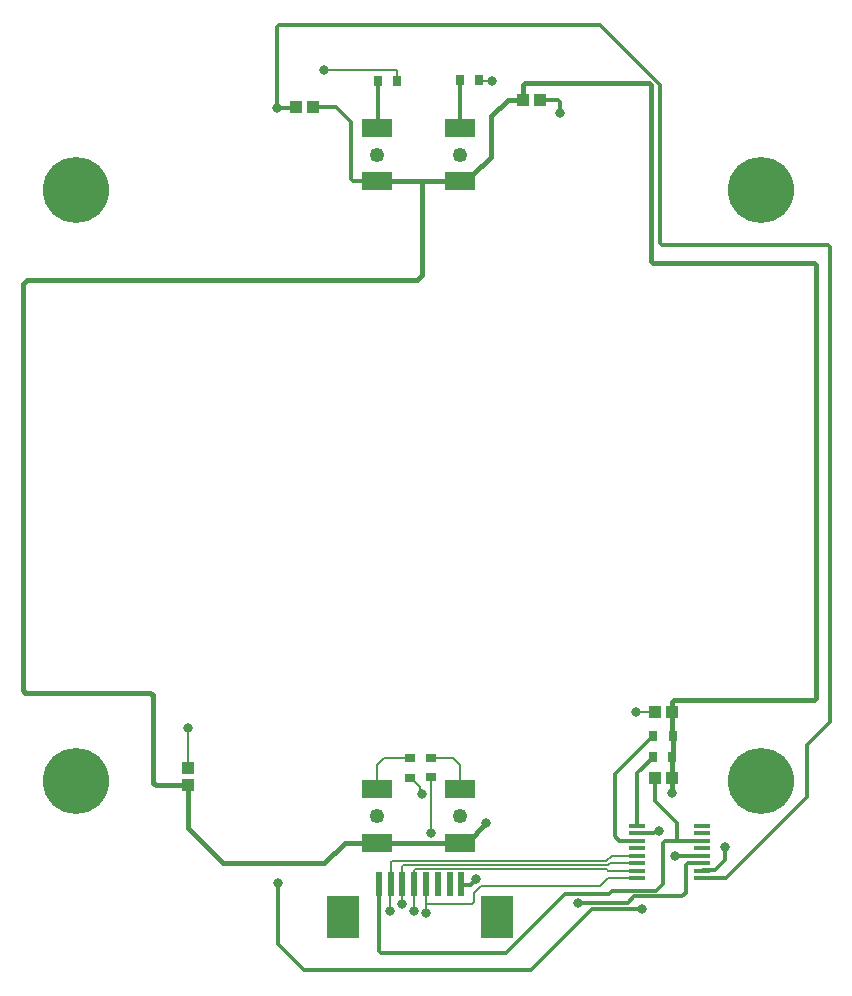
<source format=gtl>
G04*
G04 #@! TF.GenerationSoftware,Altium Limited,Altium Designer,21.4.1 (30)*
G04*
G04 Layer_Physical_Order=1*
G04 Layer_Color=255*
%FSLAX25Y25*%
%MOIN*%
G70*
G04*
G04 #@! TF.SameCoordinates,CAD9CCDC-5C06-4C5A-A707-2981277BA2D7*
G04*
G04*
G04 #@! TF.FilePolarity,Positive*
G04*
G01*
G75*
%ADD17R,0.05709X0.01600*%
%ADD18R,0.02402X0.07874*%
%ADD19R,0.10551X0.14173*%
%ADD20R,0.03937X0.03937*%
%ADD21R,0.10236X0.05906*%
%ADD22R,0.03543X0.02756*%
%ADD23R,0.02756X0.03543*%
%ADD24R,0.03937X0.03937*%
%ADD35C,0.01200*%
%ADD36C,0.00800*%
%ADD37C,0.01600*%
%ADD38C,0.00600*%
%ADD39C,0.01350*%
%ADD40C,0.22028*%
%ADD41C,0.04921*%
%ADD42C,0.03200*%
D17*
X72900Y-113400D02*
D03*
Y-115900D02*
D03*
Y-118400D02*
D03*
Y-120900D02*
D03*
Y-123400D02*
D03*
Y-125900D02*
D03*
Y-128400D02*
D03*
Y-130900D02*
D03*
X94357Y-113400D02*
D03*
Y-115900D02*
D03*
Y-118400D02*
D03*
Y-120900D02*
D03*
Y-123400D02*
D03*
Y-125900D02*
D03*
Y-128400D02*
D03*
Y-130900D02*
D03*
D18*
X-13331Y-132976D02*
D03*
X-9394D02*
D03*
X-5457D02*
D03*
X-1520D02*
D03*
X2417D02*
D03*
X6354D02*
D03*
X10291D02*
D03*
X14228D02*
D03*
D19*
X-25102Y-144000D02*
D03*
X26000D02*
D03*
D20*
X84500Y-97500D02*
D03*
X78776D02*
D03*
X40362Y128600D02*
D03*
X34638D02*
D03*
X78776Y-75500D02*
D03*
X84500D02*
D03*
X-40862Y126000D02*
D03*
X-35138D02*
D03*
D21*
X-13780Y-119095D02*
D03*
Y-101378D02*
D03*
X13780Y-119095D02*
D03*
Y-101378D02*
D03*
Y101378D02*
D03*
Y119095D02*
D03*
X-13780Y101378D02*
D03*
Y119095D02*
D03*
D22*
X-3000Y-91000D02*
D03*
Y-97512D02*
D03*
X4000Y-90744D02*
D03*
Y-97256D02*
D03*
D23*
X-13612Y134700D02*
D03*
X-7100D02*
D03*
X13744Y135000D02*
D03*
X20256D02*
D03*
X84500Y-90500D02*
D03*
X77988D02*
D03*
X78244Y-83500D02*
D03*
X84756D02*
D03*
D24*
X-77000Y-100000D02*
D03*
Y-94276D02*
D03*
D35*
X-47300Y152797D02*
X-46597Y153500D01*
X60500D02*
X80500Y133500D01*
X-46597Y153500D02*
X60500D01*
X-47300Y125900D02*
Y152797D01*
X48800Y-136200D02*
X63406D01*
X79111Y-135100D02*
X81414Y-132797D01*
X82117Y-118400D02*
X86000D01*
X71719Y-137000D02*
X87797D01*
X53000Y-139100D02*
X69619D01*
X71719Y-137000D01*
X63406Y-136200D02*
X64506Y-135100D01*
X86000Y-118400D02*
X93785D01*
X64506Y-135100D02*
X79111D01*
X29000Y-156000D02*
X48800Y-136200D01*
X87797Y-137000D02*
X89000Y-135797D01*
X81414Y-132797D02*
Y-119103D01*
X82117Y-118400D01*
X94357Y-130900D02*
X102600D01*
X129500Y-104000D01*
Y-86385D01*
X89000Y-135797D02*
Y-126603D01*
X89703Y-125900D01*
X94357D01*
X-21797Y101378D02*
X-13780D01*
X-22500Y102081D02*
Y121000D01*
Y102081D02*
X-21797Y101378D01*
X-27500Y126000D02*
X-22500Y121000D01*
X-35138Y126000D02*
X-27500D01*
X81203Y80062D02*
X136297D01*
X137000Y79359D01*
Y-78885D02*
Y79359D01*
X129500Y-86385D02*
X137000Y-78885D01*
X80500Y80765D02*
Y133500D01*
Y80765D02*
X81203Y80062D01*
X46400Y128600D02*
X47200Y127800D01*
Y124100D02*
Y127800D01*
X40362Y128600D02*
X46400D01*
X85500Y-123500D02*
X85550Y-123450D01*
X94307D01*
X94357Y-123400D01*
X86000Y-118086D02*
Y-112500D01*
X78776Y-105276D02*
X86000Y-112500D01*
X78776Y-105276D02*
Y-97500D01*
X86000Y-118086D02*
X86000Y-118086D01*
X79404Y-115047D02*
X79945D01*
X78550Y-115900D02*
X79404Y-115047D01*
X72900Y-115900D02*
X78550D01*
X37300Y-161700D02*
X57800Y-141200D01*
X74500D01*
X-38200Y-161700D02*
X37300D01*
X-12628Y-156000D02*
X29000D01*
X-13331Y-155297D02*
X-12628Y-156000D01*
X-13331Y-155297D02*
Y-133169D01*
X-13500Y-133000D02*
X-13331Y-133169D01*
X-13476Y-132976D02*
X-13331D01*
X-13500Y-133000D02*
X-13476Y-132976D01*
X98886Y-128114D02*
X102000Y-125000D01*
Y-120500D01*
X94643Y-128114D02*
X98886D01*
X94357Y-128400D02*
X94643Y-128114D01*
X-47000Y-152900D02*
Y-132500D01*
Y-152900D02*
X-38200Y-161700D01*
X77744Y-83894D02*
Y-83500D01*
X65500Y-96138D02*
X77744Y-83894D01*
X65500Y-117000D02*
Y-96138D01*
X77988Y-90894D02*
Y-90500D01*
X72900Y-95982D02*
X77988Y-90894D01*
X72900Y-113400D02*
Y-95982D01*
X65500Y-117000D02*
X66900Y-118400D01*
X72900D01*
X17300Y-133200D02*
X19200Y-131300D01*
X14300Y-133200D02*
X17300D01*
X14300D02*
Y-133048D01*
X14228Y-132976D02*
X14300Y-133048D01*
D36*
X20718Y-133600D02*
X60500D01*
X18300Y-136018D02*
X20718Y-133600D01*
X60500D02*
X63200Y-130900D01*
X20256Y135496D02*
X20952Y134800D01*
X24600D01*
X4000Y-115995D02*
Y-97256D01*
X541Y-102541D02*
X1000Y-103000D01*
X541Y-102541D02*
Y-100659D01*
X-2606Y-97512D02*
X541Y-100659D01*
X-3000Y-97512D02*
X-2606D01*
X-31500Y138500D02*
X-7569D01*
X63200Y-130900D02*
X72900D01*
X-7569Y138500D02*
X-7100Y138031D01*
Y134700D02*
Y138031D01*
X2417Y-142417D02*
X2500Y-142500D01*
X2417Y-142417D02*
Y-139500D01*
Y-132976D01*
Y-139500D02*
X17831D01*
X-1500Y-142000D02*
Y-132996D01*
X-1520Y-132976D02*
X-1500Y-132996D01*
X-5500Y-139500D02*
Y-133020D01*
X-5457Y-132976D01*
X72500Y-75500D02*
X78776D01*
X18300Y-139031D02*
Y-136018D01*
X17831Y-139500D02*
X18300Y-139031D01*
X-77000Y-94276D02*
X-76900Y-94176D01*
Y-80800D01*
D37*
X84500Y-102500D02*
Y-90500D01*
X-13780Y-119095D02*
X15945D01*
X-13780Y-119095D02*
X-13780Y-119095D01*
X22500Y-112539D02*
Y-112500D01*
X15945Y-119095D02*
X22500Y-112539D01*
X131797Y74000D02*
X132500Y73297D01*
X78203Y74000D02*
X131797D01*
X132500Y-70797D02*
Y73297D01*
X35341Y134000D02*
X76797D01*
X77500Y74703D02*
Y133297D01*
X76797Y134000D02*
X77500Y133297D01*
X84500Y-83244D02*
Y-75500D01*
X77500Y74703D02*
X78203Y74000D01*
X84500Y-75500D02*
Y-72203D01*
X131797Y-71500D02*
X132500Y-70797D01*
X85203Y-71500D02*
X131797D01*
X84500Y-72203D02*
X85203Y-71500D01*
X34638Y128600D02*
Y133297D01*
X35341Y134000D01*
X84628Y-83628D02*
X84756Y-83500D01*
X84628Y-90372D02*
Y-83628D01*
X84500Y-90500D02*
X84628Y-90372D01*
X84500Y-83244D02*
X84756Y-83500D01*
X1100Y70200D02*
Y101378D01*
X13780D01*
X-13780D02*
X1100D01*
X-88600Y-99063D02*
X-87663Y-100000D01*
X-77000D01*
X-88600Y-99063D02*
Y-70037D01*
X-132000Y-68163D02*
X-131063Y-69100D01*
X-89537D01*
X-132000Y-68163D02*
Y67100D01*
X-89537Y-69100D02*
X-88600Y-70037D01*
X-700Y68400D02*
X1100Y70200D01*
X-130700Y68400D02*
X-700D01*
X-132000Y67100D02*
X-130700Y68400D01*
X-24595Y-119095D02*
X-13780D01*
X-65200Y-125900D02*
X-31400D01*
X-24595Y-119095D01*
X-77000Y-114100D02*
X-65200Y-125900D01*
X-77000Y-114100D02*
Y-100000D01*
X24100Y123028D02*
X29672Y128600D01*
X34638D01*
X13780Y101378D02*
X15945D01*
X17898Y103331D01*
Y103398D02*
X24100Y109600D01*
Y123028D01*
X17898Y103331D02*
Y103398D01*
D38*
X62500Y-125300D02*
X64400Y-123400D01*
X-9394Y-125652D02*
X-9042Y-125300D01*
X-5457Y-132976D02*
Y-127018D01*
X63038Y-126600D02*
X63739Y-125900D01*
X-9042Y-125300D02*
X62500D01*
X-5457Y-127018D02*
X-5038Y-126600D01*
X63038D01*
X-1097Y-128039D02*
X62898D01*
X63259Y-128400D01*
X-9394Y-132976D02*
Y-125652D01*
X-9500Y-142000D02*
Y-133083D01*
X-9394Y-132976D01*
X-1520Y-128462D02*
X-1097Y-128039D01*
X-1520Y-132976D02*
Y-128462D01*
X11344Y-90744D02*
X13780Y-93180D01*
Y-101378D02*
Y-93180D01*
X4000Y-90744D02*
X11344D01*
X-11400Y-91000D02*
X-3000D01*
X-13780Y-93379D02*
X-11400Y-91000D01*
X-13780Y-101378D02*
Y-93379D01*
X63259Y-128400D02*
X72900D01*
X64400Y-123400D02*
X72900D01*
X63739Y-125900D02*
X72900D01*
D39*
X13744Y119130D02*
Y135000D01*
Y119130D02*
X13780Y119095D01*
X-13780D02*
X-13612Y119262D01*
Y134700D01*
X-40912Y125950D02*
X-40862Y126000D01*
X-47250Y125950D02*
X-40912D01*
X-47300Y125900D02*
X-47250Y125950D01*
D40*
X-114200Y-98400D02*
D03*
X114200D02*
D03*
Y98400D02*
D03*
X-114200D02*
D03*
D41*
X-13780Y-110236D02*
D03*
X13780D02*
D03*
Y110236D02*
D03*
X-13780D02*
D03*
D42*
X53000Y-139100D02*
D03*
X24600Y134800D02*
D03*
X84500Y-102500D02*
D03*
X4000Y-115995D02*
D03*
X-76900Y-80800D02*
D03*
X-47000Y-132500D02*
D03*
X1000Y-103000D02*
D03*
X22500Y-112500D02*
D03*
X-31500Y138500D02*
D03*
X47200Y124100D02*
D03*
X85500Y-123500D02*
D03*
X79945Y-115047D02*
D03*
X-9500Y-142000D02*
D03*
X102000Y-120500D02*
D03*
X74500Y-141200D02*
D03*
X2500Y-142500D02*
D03*
X-1500Y-142000D02*
D03*
X-5500Y-139500D02*
D03*
X72500Y-75500D02*
D03*
X19200Y-131300D02*
D03*
X-47300Y125900D02*
D03*
M02*

</source>
